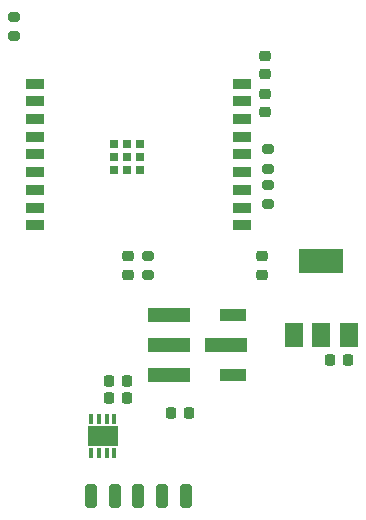
<source format=gbr>
%TF.GenerationSoftware,KiCad,Pcbnew,6.0.10-86aedd382b~118~ubuntu22.04.1*%
%TF.CreationDate,2023-03-14T18:16:05-07:00*%
%TF.ProjectId,compact-probe,636f6d70-6163-4742-9d70-726f62652e6b,rev?*%
%TF.SameCoordinates,Original*%
%TF.FileFunction,Paste,Bot*%
%TF.FilePolarity,Positive*%
%FSLAX46Y46*%
G04 Gerber Fmt 4.6, Leading zero omitted, Abs format (unit mm)*
G04 Created by KiCad (PCBNEW 6.0.10-86aedd382b~118~ubuntu22.04.1) date 2023-03-14 18:16:05*
%MOMM*%
%LPD*%
G01*
G04 APERTURE LIST*
G04 Aperture macros list*
%AMRoundRect*
0 Rectangle with rounded corners*
0 $1 Rounding radius*
0 $2 $3 $4 $5 $6 $7 $8 $9 X,Y pos of 4 corners*
0 Add a 4 corners polygon primitive as box body*
4,1,4,$2,$3,$4,$5,$6,$7,$8,$9,$2,$3,0*
0 Add four circle primitives for the rounded corners*
1,1,$1+$1,$2,$3*
1,1,$1+$1,$4,$5*
1,1,$1+$1,$6,$7*
1,1,$1+$1,$8,$9*
0 Add four rect primitives between the rounded corners*
20,1,$1+$1,$2,$3,$4,$5,0*
20,1,$1+$1,$4,$5,$6,$7,0*
20,1,$1+$1,$6,$7,$8,$9,0*
20,1,$1+$1,$8,$9,$2,$3,0*%
G04 Aperture macros list end*
%ADD10RoundRect,0.225000X-0.225000X-0.250000X0.225000X-0.250000X0.225000X0.250000X-0.225000X0.250000X0*%
%ADD11R,1.500000X2.000000*%
%ADD12R,3.800000X2.000000*%
%ADD13RoundRect,0.225000X0.250000X-0.225000X0.250000X0.225000X-0.250000X0.225000X-0.250000X-0.225000X0*%
%ADD14RoundRect,0.250000X0.250000X0.750000X-0.250000X0.750000X-0.250000X-0.750000X0.250000X-0.750000X0*%
%ADD15RoundRect,0.225000X-0.250000X0.225000X-0.250000X-0.225000X0.250000X-0.225000X0.250000X0.225000X0*%
%ADD16RoundRect,0.200000X0.275000X-0.200000X0.275000X0.200000X-0.275000X0.200000X-0.275000X-0.200000X0*%
%ADD17R,0.350000X0.850000*%
%ADD18R,2.500000X1.700000*%
%ADD19RoundRect,0.200000X-0.275000X0.200000X-0.275000X-0.200000X0.275000X-0.200000X0.275000X0.200000X0*%
%ADD20R,1.500000X0.900000*%
%ADD21R,0.700000X0.700000*%
%ADD22R,3.520000X1.250000*%
%ADD23R,2.220000X1.050000*%
%ADD24RoundRect,0.225000X0.225000X0.250000X-0.225000X0.250000X-0.225000X-0.250000X0.225000X-0.250000X0*%
G04 APERTURE END LIST*
D10*
%TO.C,C9*%
X-975000Y-12750000D03*
X-2525000Y-12750000D03*
%TD*%
D11*
%TO.C,U6*%
X17800000Y-7400000D03*
X15500000Y-7400000D03*
D12*
X15500000Y-1100000D03*
D11*
X13200000Y-7400000D03*
%TD*%
D13*
%TO.C,C5*%
X10500000Y-725000D03*
X10500000Y-2275000D03*
%TD*%
D14*
%TO.C,J6*%
X0Y-21000000D03*
%TD*%
D10*
%TO.C,C1*%
X2725000Y-14000000D03*
X4275000Y-14000000D03*
%TD*%
D15*
%TO.C,C6*%
X10750000Y13025000D03*
X10750000Y11475000D03*
%TD*%
D14*
%TO.C,J5*%
X2000000Y-21000000D03*
%TD*%
%TO.C,J4*%
X4000000Y-21000000D03*
%TD*%
%TO.C,J8*%
X-4000000Y-21000000D03*
%TD*%
D16*
%TO.C,R4*%
X11000000Y3675000D03*
X11000000Y5325000D03*
%TD*%
D17*
%TO.C,IC1*%
X-3975000Y-14500000D03*
X-3325000Y-14500000D03*
X-2675000Y-14500000D03*
X-2025000Y-14500000D03*
X-2025000Y-17400000D03*
X-2675000Y-17400000D03*
X-3325000Y-17400000D03*
X-3975000Y-17400000D03*
D18*
X-3000000Y-15950000D03*
%TD*%
D16*
%TO.C,R1*%
X850000Y-2325000D03*
X850000Y-675000D03*
%TD*%
D13*
%TO.C,C7*%
X10750000Y14725000D03*
X10750000Y16275000D03*
%TD*%
D10*
%TO.C,C10*%
X-2500000Y-11250000D03*
X-950000Y-11250000D03*
%TD*%
D19*
%TO.C,R2*%
X-10500000Y19575000D03*
X-10500000Y17925000D03*
%TD*%
D20*
%TO.C,U4*%
X8750000Y13900000D03*
X8750000Y12400000D03*
X8750000Y10900000D03*
X8750000Y9400000D03*
X8750000Y7900000D03*
X8750000Y6400000D03*
X8750000Y4900000D03*
X8750000Y3400000D03*
X8750000Y1900000D03*
X-8750000Y1900000D03*
X-8750000Y3400000D03*
X-8750000Y4900000D03*
X-8750000Y6400000D03*
X-8750000Y7900000D03*
X-8750000Y9400000D03*
X-8750000Y10900000D03*
X-8750000Y12400000D03*
X-8750000Y13900000D03*
D21*
X140000Y8800000D03*
X-960000Y8800000D03*
X-2060000Y8800000D03*
X140000Y7700000D03*
X-960000Y7700000D03*
X-2060000Y7700000D03*
X140000Y6600000D03*
X-960000Y6600000D03*
X-2060000Y6600000D03*
%TD*%
D14*
%TO.C,J7*%
X-2000000Y-21000000D03*
%TD*%
D22*
%TO.C,PS1*%
X2610000Y-10790000D03*
X2610000Y-8250000D03*
X2610000Y-5710000D03*
D23*
X8040000Y-5710000D03*
D22*
X7390000Y-8250000D03*
D23*
X8040000Y-10790000D03*
%TD*%
D19*
%TO.C,R3*%
X11000000Y8325000D03*
X11000000Y6675000D03*
%TD*%
D15*
%TO.C,C4*%
X-900000Y-725000D03*
X-900000Y-2275000D03*
%TD*%
D24*
%TO.C,C3*%
X17775000Y-9500000D03*
X16225000Y-9500000D03*
%TD*%
M02*

</source>
